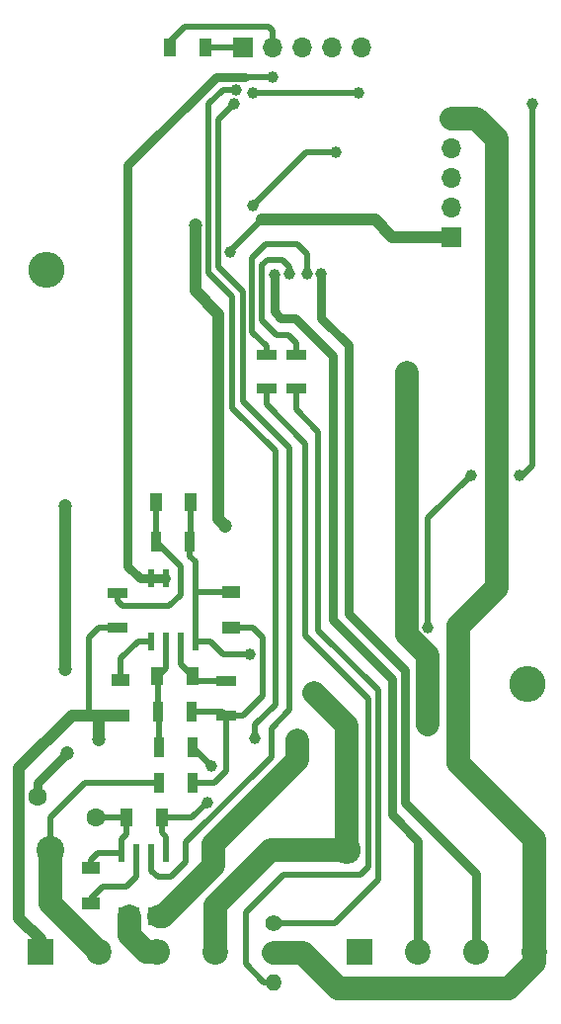
<source format=gbr>
G04 #@! TF.FileFunction,Copper,L2,Bot,Signal*
%FSLAX46Y46*%
G04 Gerber Fmt 4.6, Leading zero omitted, Abs format (unit mm)*
G04 Created by KiCad (PCBNEW 4.0.6) date 08/22/19 22:43:45*
%MOMM*%
%LPD*%
G01*
G04 APERTURE LIST*
%ADD10C,0.100000*%
%ADD11R,1.000000X1.600000*%
%ADD12R,1.600000X1.000000*%
%ADD13R,1.700000X1.700000*%
%ADD14O,1.700000X1.700000*%
%ADD15R,1.700000X0.900000*%
%ADD16R,0.900000X1.700000*%
%ADD17C,2.400000*%
%ADD18O,2.400000X2.400000*%
%ADD19R,0.600000X1.550000*%
%ADD20C,1.600000*%
%ADD21R,2.200000X2.200000*%
%ADD22C,2.200000*%
%ADD23O,2.200000X2.200000*%
%ADD24O,1.400000X1.400000*%
%ADD25C,1.400000*%
%ADD26O,3.100000X3.100000*%
%ADD27C,1.000000*%
%ADD28C,1.500000*%
%ADD29C,1.200000*%
%ADD30C,0.500000*%
%ADD31C,2.000000*%
%ADD32C,1.000000*%
%ADD33C,0.750000*%
G04 APERTURE END LIST*
D10*
D11*
X160611000Y-88425000D03*
X163611000Y-88425000D03*
D12*
X167061000Y-99175000D03*
X167061000Y-96175000D03*
D11*
X160761000Y-103375000D03*
X163761000Y-103375000D03*
D12*
X155061000Y-122825000D03*
X155061000Y-119825000D03*
D11*
X161111000Y-115475000D03*
X158111000Y-115475000D03*
D13*
X185961000Y-65775000D03*
D14*
X185961000Y-63235000D03*
X185961000Y-60695000D03*
X185961000Y-58155000D03*
X185961000Y-55615000D03*
D13*
X168061000Y-49525000D03*
D14*
X170601000Y-49525000D03*
X173141000Y-49525000D03*
X175681000Y-49525000D03*
X178221000Y-49525000D03*
D15*
X157311000Y-99175000D03*
X157311000Y-96275000D03*
D16*
X160611000Y-91825000D03*
X163511000Y-91825000D03*
D17*
X151561000Y-118225000D03*
D18*
X176961000Y-118225000D03*
D16*
X163761000Y-112475000D03*
X160861000Y-112475000D03*
D15*
X166661000Y-103825000D03*
X166661000Y-106725000D03*
D16*
X160811000Y-106375000D03*
X163711000Y-106375000D03*
X163761000Y-109425000D03*
X160861000Y-109425000D03*
D15*
X170111000Y-75825000D03*
X170111000Y-78725000D03*
X172661000Y-75825000D03*
X172661000Y-78725000D03*
D19*
X160206000Y-94975000D03*
X161476000Y-94975000D03*
X162746000Y-94975000D03*
X164016000Y-94975000D03*
X164016000Y-100375000D03*
X162746000Y-100375000D03*
X161476000Y-100375000D03*
X160206000Y-100375000D03*
X161516000Y-123925000D03*
X160246000Y-123925000D03*
X158976000Y-123925000D03*
X157706000Y-123925000D03*
X157706000Y-118525000D03*
X158976000Y-118525000D03*
X160246000Y-118525000D03*
X161516000Y-118525000D03*
D20*
X150511000Y-113675000D03*
X155511000Y-115475000D03*
D21*
X150711000Y-127025000D03*
D22*
X155711000Y-127025000D03*
X193111000Y-127025000D03*
X188111000Y-127025000D03*
D21*
X178111000Y-127025000D03*
D22*
X183111000Y-127025000D03*
D23*
X160711000Y-127025000D03*
D22*
X165711000Y-127025000D03*
D24*
X170711000Y-129575000D03*
D25*
X170711000Y-127035000D03*
X170711000Y-124495000D03*
D26*
X192511000Y-104075000D03*
X151211000Y-68575000D03*
D12*
X157611000Y-103725000D03*
X157611000Y-106725000D03*
D11*
X164861000Y-49525000D03*
X161861000Y-49525000D03*
D27*
X183961000Y-99175000D03*
X187611000Y-86175000D03*
X191811000Y-86175000D03*
X192911000Y-54375000D03*
D28*
X174211000Y-104825000D03*
D27*
X168711000Y-101475000D03*
D29*
X173261000Y-127075000D03*
D27*
X176011000Y-58475000D03*
X168911000Y-63075000D03*
D29*
X152861000Y-88775000D03*
X152861000Y-102775000D03*
X153011000Y-109975000D03*
D27*
X165011000Y-114175000D03*
X166961000Y-67075000D03*
X169711000Y-64275000D03*
D29*
X155761000Y-108775000D03*
D28*
X182111000Y-77375000D03*
X183911000Y-107475000D03*
X172761000Y-108875000D03*
X165561000Y-117725000D03*
D27*
X170761000Y-69025000D03*
X174811000Y-68875000D03*
X167511000Y-53125000D03*
X165411000Y-111025000D03*
X169111000Y-108725000D03*
X173561000Y-68925000D03*
X172111000Y-68925000D03*
X178011000Y-53425000D03*
X168911000Y-53425000D03*
X170611000Y-52025000D03*
X167311000Y-54375000D03*
D29*
X166611000Y-90525000D03*
X164011000Y-64725000D03*
D30*
X160611000Y-88425000D02*
X160611000Y-91825000D01*
X160611000Y-91825000D02*
X162746000Y-93960000D01*
X162746000Y-93960000D02*
X162746000Y-94975000D01*
X162746000Y-94975000D02*
X162746000Y-96390000D01*
X157311000Y-96925000D02*
X157311000Y-96275000D01*
X157761000Y-97375000D02*
X157311000Y-96925000D01*
X161761000Y-97375000D02*
X157761000Y-97375000D01*
X162746000Y-96390000D02*
X161761000Y-97375000D01*
X183961000Y-89825000D02*
X183961000Y-99175000D01*
X187611000Y-86175000D02*
X183961000Y-89825000D01*
X192061000Y-86175000D02*
X191811000Y-86175000D01*
X192911000Y-85325000D02*
X192061000Y-86175000D01*
X192911000Y-54375000D02*
X192911000Y-85325000D01*
X163511000Y-91825000D02*
X163511000Y-93075000D01*
X164016000Y-93580000D02*
X164016000Y-94975000D01*
X163511000Y-93075000D02*
X164016000Y-93580000D01*
X163611000Y-88425000D02*
X163611000Y-91725000D01*
X163611000Y-91725000D02*
X163511000Y-91825000D01*
D31*
X176961000Y-118225000D02*
X176961000Y-107575000D01*
X176961000Y-107575000D02*
X174211000Y-104825000D01*
D32*
X174211000Y-104825000D02*
X174211000Y-104875000D01*
D30*
X165261000Y-100375000D02*
X166361000Y-101475000D01*
X166361000Y-101475000D02*
X168711000Y-101475000D01*
X164016000Y-100375000D02*
X165261000Y-100375000D01*
X167061000Y-96175000D02*
X164016000Y-96175000D01*
X164016000Y-94975000D02*
X164016000Y-96175000D01*
X164016000Y-96175000D02*
X164016000Y-100375000D01*
D31*
X165711000Y-127025000D02*
X165711000Y-122975000D01*
X170461000Y-118225000D02*
X176961000Y-118225000D01*
X165711000Y-122975000D02*
X170461000Y-118225000D01*
D30*
X166661000Y-106725000D02*
X166661000Y-111475000D01*
X165661000Y-112475000D02*
X163761000Y-112475000D01*
X166661000Y-111475000D02*
X165661000Y-112475000D01*
X166661000Y-106725000D02*
X168111000Y-106725000D01*
X168911000Y-99175000D02*
X167061000Y-99175000D01*
X169811000Y-100075000D02*
X168911000Y-99175000D01*
X169811000Y-105025000D02*
X169811000Y-100075000D01*
X168111000Y-106725000D02*
X169811000Y-105025000D01*
X163711000Y-106375000D02*
X166311000Y-106375000D01*
X166311000Y-106375000D02*
X166661000Y-106725000D01*
X160811000Y-106375000D02*
X160811000Y-103425000D01*
X160811000Y-103425000D02*
X160761000Y-103375000D01*
X160861000Y-109425000D02*
X160861000Y-106425000D01*
X160861000Y-106425000D02*
X160811000Y-106375000D01*
X161476000Y-100375000D02*
X161476000Y-102660000D01*
X161476000Y-102660000D02*
X160811000Y-103325000D01*
X160811000Y-109375000D02*
X160861000Y-109425000D01*
X162746000Y-100375000D02*
X162746000Y-102360000D01*
X162746000Y-102360000D02*
X164211000Y-103825000D01*
X164211000Y-103825000D02*
X166661000Y-103825000D01*
D31*
X185961000Y-55615000D02*
X188101000Y-55615000D01*
X193111000Y-117325000D02*
X193111000Y-127025000D01*
X186561000Y-110775000D02*
X193111000Y-117325000D01*
X186561000Y-99075000D02*
X186561000Y-110775000D01*
X189811000Y-95825000D02*
X186561000Y-99075000D01*
X189811000Y-57325000D02*
X189811000Y-95825000D01*
X188101000Y-55615000D02*
X189811000Y-57325000D01*
X173261000Y-127075000D02*
X170751000Y-127075000D01*
X170751000Y-127075000D02*
X170711000Y-127035000D01*
X193111000Y-127025000D02*
X193111000Y-127875000D01*
X193111000Y-127875000D02*
X190911000Y-130075000D01*
X190911000Y-130075000D02*
X176261000Y-130075000D01*
X176261000Y-130075000D02*
X173261000Y-127075000D01*
D30*
X158111000Y-115475000D02*
X155511000Y-115475000D01*
X157706000Y-118525000D02*
X157706000Y-117330000D01*
X158111000Y-116925000D02*
X158111000Y-115475000D01*
X157706000Y-117330000D02*
X158111000Y-116925000D01*
X155061000Y-119825000D02*
X155061000Y-119125000D01*
X155661000Y-118525000D02*
X157706000Y-118525000D01*
X155061000Y-119125000D02*
X155661000Y-118525000D01*
X173511000Y-58475000D02*
X176011000Y-58475000D01*
X168911000Y-63075000D02*
X173511000Y-58475000D01*
D32*
X152861000Y-102775000D02*
X152861000Y-88775000D01*
D33*
X150511000Y-113675000D02*
X150511000Y-112475000D01*
X150511000Y-112475000D02*
X153011000Y-109975000D01*
D30*
X161111000Y-115475000D02*
X163711000Y-115475000D01*
X163711000Y-115475000D02*
X165011000Y-114175000D01*
X161861000Y-49525000D02*
X161861000Y-49025000D01*
X161861000Y-49025000D02*
X163111000Y-47775000D01*
X163111000Y-47775000D02*
X170311000Y-47775000D01*
X170311000Y-47775000D02*
X170601000Y-48065000D01*
X170601000Y-48065000D02*
X170601000Y-49525000D01*
X161516000Y-118525000D02*
X161516000Y-117130000D01*
X161111000Y-116725000D02*
X161111000Y-115475000D01*
X161516000Y-117130000D02*
X161111000Y-116725000D01*
D32*
X169711000Y-64275000D02*
X179411000Y-64275000D01*
X180911000Y-65775000D02*
X185961000Y-65775000D01*
X179411000Y-64275000D02*
X180911000Y-65775000D01*
D30*
X166911000Y-67075000D02*
X166961000Y-67075000D01*
X169711000Y-64275000D02*
X166911000Y-67075000D01*
X155061000Y-122825000D02*
X155061000Y-122425000D01*
X155061000Y-122425000D02*
X156061000Y-121425000D01*
X156061000Y-121425000D02*
X158061000Y-121425000D01*
X158061000Y-121425000D02*
X158976000Y-120510000D01*
X158976000Y-120510000D02*
X158976000Y-118525000D01*
X154911000Y-106725000D02*
X154911000Y-100025000D01*
X154911000Y-100025000D02*
X155761000Y-99175000D01*
X155761000Y-99175000D02*
X157311000Y-99175000D01*
D32*
X155761000Y-106725000D02*
X155761000Y-108775000D01*
X150711000Y-127025000D02*
X150711000Y-125925000D01*
X150711000Y-125925000D02*
X148911000Y-124125000D01*
X148911000Y-124125000D02*
X148911000Y-111275000D01*
X148911000Y-111275000D02*
X153461000Y-106725000D01*
X153461000Y-106725000D02*
X154911000Y-106725000D01*
X154911000Y-106725000D02*
X155761000Y-106725000D01*
X155761000Y-106725000D02*
X157611000Y-106725000D01*
D30*
X157611000Y-103725000D02*
X157611000Y-101875000D01*
X159111000Y-100375000D02*
X160206000Y-100375000D01*
X157611000Y-101875000D02*
X159111000Y-100375000D01*
X164861000Y-49525000D02*
X168061000Y-49525000D01*
D31*
X183911000Y-107475000D02*
X183911000Y-101575000D01*
X182111000Y-99775000D02*
X182111000Y-77375000D01*
X172761000Y-110525000D02*
X172761000Y-108875000D01*
X172761000Y-110525000D02*
X165561000Y-117725000D01*
X183911000Y-101575000D02*
X182111000Y-99775000D01*
X160911000Y-123925000D02*
X161261000Y-123925000D01*
X161261000Y-123925000D02*
X165561000Y-119625000D01*
X165561000Y-119625000D02*
X165561000Y-117725000D01*
D30*
X160246000Y-123925000D02*
X160911000Y-123925000D01*
X160911000Y-123925000D02*
X161516000Y-123925000D01*
D33*
X183111000Y-127025000D02*
X183111000Y-117475000D01*
X170761000Y-72125000D02*
X170761000Y-69025000D01*
X171311000Y-72675000D02*
X170761000Y-72125000D01*
X172561000Y-72675000D02*
X171311000Y-72675000D01*
X175811000Y-75925000D02*
X172561000Y-72675000D01*
X175811000Y-98525000D02*
X175811000Y-75925000D01*
X180861000Y-103575000D02*
X175811000Y-98525000D01*
X180861000Y-115225000D02*
X180861000Y-103575000D01*
X183111000Y-117475000D02*
X180861000Y-115225000D01*
X174811000Y-68875000D02*
X174811000Y-72675000D01*
X188111000Y-120325000D02*
X188111000Y-127025000D01*
X181961000Y-114175000D02*
X188111000Y-120325000D01*
X181961000Y-102825000D02*
X181961000Y-114175000D01*
X177161000Y-98025000D02*
X181961000Y-102825000D01*
X177161000Y-75025000D02*
X177161000Y-98025000D01*
X174811000Y-72675000D02*
X177161000Y-75025000D01*
D31*
X151561000Y-118225000D02*
X151561000Y-122875000D01*
X151561000Y-122875000D02*
X155711000Y-127025000D01*
D30*
X160861000Y-112475000D02*
X154561000Y-112475000D01*
X151561000Y-115475000D02*
X151561000Y-118225000D01*
X154561000Y-112475000D02*
X151561000Y-115475000D01*
X167161000Y-70825000D02*
X165161000Y-68825000D01*
X165161000Y-68825000D02*
X165161000Y-54375000D01*
X165161000Y-54375000D02*
X166411000Y-53125000D01*
X166411000Y-53125000D02*
X167511000Y-53125000D01*
X163811000Y-109425000D02*
X165411000Y-111025000D01*
X169111000Y-108725000D02*
X169111000Y-107525000D01*
X169111000Y-107525000D02*
X170861000Y-105775000D01*
X170861000Y-105775000D02*
X170861000Y-84075000D01*
X170861000Y-84075000D02*
X167161000Y-80375000D01*
X167161000Y-80375000D02*
X167161000Y-70875000D01*
X167161000Y-70875000D02*
X167161000Y-70825000D01*
X163761000Y-109425000D02*
X163811000Y-109425000D01*
X170111000Y-75825000D02*
X170111000Y-75125000D01*
X173561000Y-67175000D02*
X173561000Y-68925000D01*
X172711000Y-66325000D02*
X173561000Y-67175000D01*
X170061000Y-66325000D02*
X172711000Y-66325000D01*
X168861000Y-67525000D02*
X170061000Y-66325000D01*
X168861000Y-73875000D02*
X168861000Y-67525000D01*
X170111000Y-75125000D02*
X168861000Y-73875000D01*
X170711000Y-129575000D02*
X169861000Y-129575000D01*
X170111000Y-80075000D02*
X170111000Y-78725000D01*
X173461000Y-83425000D02*
X170111000Y-80075000D01*
X173461000Y-99925000D02*
X173461000Y-83425000D01*
X178861000Y-105325000D02*
X173461000Y-99925000D01*
X178861000Y-119675000D02*
X178861000Y-105325000D01*
X178161000Y-120375000D02*
X178861000Y-119675000D01*
X171561000Y-120375000D02*
X178161000Y-120375000D01*
X168311000Y-123625000D02*
X171561000Y-120375000D01*
X168311000Y-128025000D02*
X168311000Y-123625000D01*
X169861000Y-129575000D02*
X168311000Y-128025000D01*
X172111000Y-68925000D02*
X172111000Y-68275000D01*
X172661000Y-74825000D02*
X172661000Y-75825000D01*
X172011000Y-74175000D02*
X172661000Y-74825000D01*
X171011000Y-74175000D02*
X172011000Y-74175000D01*
X169711000Y-72875000D02*
X171011000Y-74175000D01*
X169711000Y-68175000D02*
X169711000Y-72875000D01*
X170211000Y-67675000D02*
X169711000Y-68175000D01*
X171511000Y-67675000D02*
X170211000Y-67675000D01*
X172111000Y-68275000D02*
X171511000Y-67675000D01*
X172661000Y-78725000D02*
X172661000Y-80525000D01*
X175991000Y-124495000D02*
X170711000Y-124495000D01*
X179711000Y-120775000D02*
X175991000Y-124495000D01*
X179711000Y-104575000D02*
X179711000Y-120775000D01*
X174561000Y-99425000D02*
X179711000Y-104575000D01*
X174561000Y-82425000D02*
X174561000Y-99425000D01*
X172661000Y-80525000D02*
X174561000Y-82425000D01*
X168911000Y-53425000D02*
X178011000Y-53425000D01*
D33*
X165811000Y-52025000D02*
X168261000Y-52025000D01*
D30*
X170611000Y-52025000D02*
X168261000Y-52025000D01*
D33*
X159261000Y-94975000D02*
X160206000Y-94975000D01*
X158211000Y-93925000D02*
X159261000Y-94975000D01*
X158211000Y-59625000D02*
X158211000Y-93925000D01*
X165811000Y-52025000D02*
X158211000Y-59625000D01*
X160206000Y-94975000D02*
X161476000Y-94975000D01*
D30*
X160246000Y-120010000D02*
X160246000Y-118525000D01*
X160811000Y-120575000D02*
X160246000Y-120010000D01*
X161911000Y-120575000D02*
X160811000Y-120575000D01*
X163211000Y-119275000D02*
X161911000Y-120575000D01*
X163211000Y-117575000D02*
X163211000Y-119275000D01*
X170511000Y-110275000D02*
X163211000Y-117575000D01*
X170511000Y-107875000D02*
X170511000Y-110275000D01*
X172111000Y-106275000D02*
X170511000Y-107875000D01*
X172111000Y-83825000D02*
X172111000Y-106275000D01*
X168111000Y-79825000D02*
X172111000Y-83825000D01*
X168111000Y-70425000D02*
X168111000Y-79825000D01*
X165961000Y-68275000D02*
X168111000Y-70425000D01*
X165961000Y-55725000D02*
X165961000Y-68275000D01*
X167311000Y-54375000D02*
X165961000Y-55725000D01*
D32*
X166611000Y-90525000D02*
X166011000Y-89925000D01*
X166011000Y-89925000D02*
X166011000Y-72375000D01*
X166011000Y-72375000D02*
X164011000Y-70375000D01*
X164011000Y-70375000D02*
X164011000Y-64725000D01*
D31*
X158361000Y-123925000D02*
X158361000Y-125575000D01*
X158361000Y-125575000D02*
X159811000Y-127025000D01*
X159811000Y-127025000D02*
X160711000Y-127025000D01*
D30*
X157706000Y-123925000D02*
X158361000Y-123925000D01*
X158361000Y-123925000D02*
X158976000Y-123925000D01*
X158976000Y-123925000D02*
X158976000Y-125290000D01*
X158976000Y-125290000D02*
X160711000Y-127025000D01*
M02*

</source>
